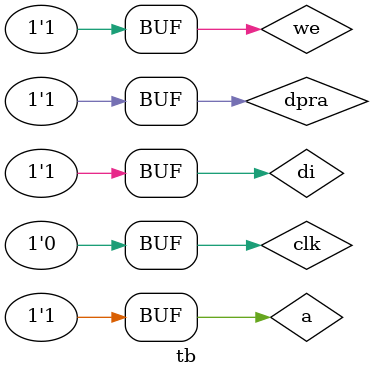
<source format=v>
module tb;
reg clk,we,a,dpra,di;
wire spo,dpo;
raminfr uut(clk,we,a,dpra,di,spo,dpo);
initial
begin
 clk=0;
 #5 we=1'b1;
 #5 a= 5'd5;
 #5 dpra = 5'd5;
 #5 di =4'b1111;
end
endmodule


</source>
